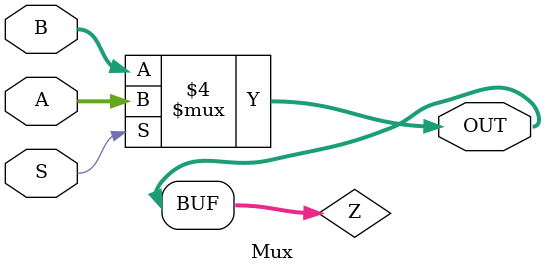
<source format=v>
module Mux(
    input [3:0] A,B,
    input  S,
    output [3:0] OUT
);

    reg [3:0] Z;

    always@(A,B,S)
        begin
        if(S == 1'b1)
            Z <= A;
        else
            Z <= B;
        end

assign OUT = Z;


endmodule
</source>
